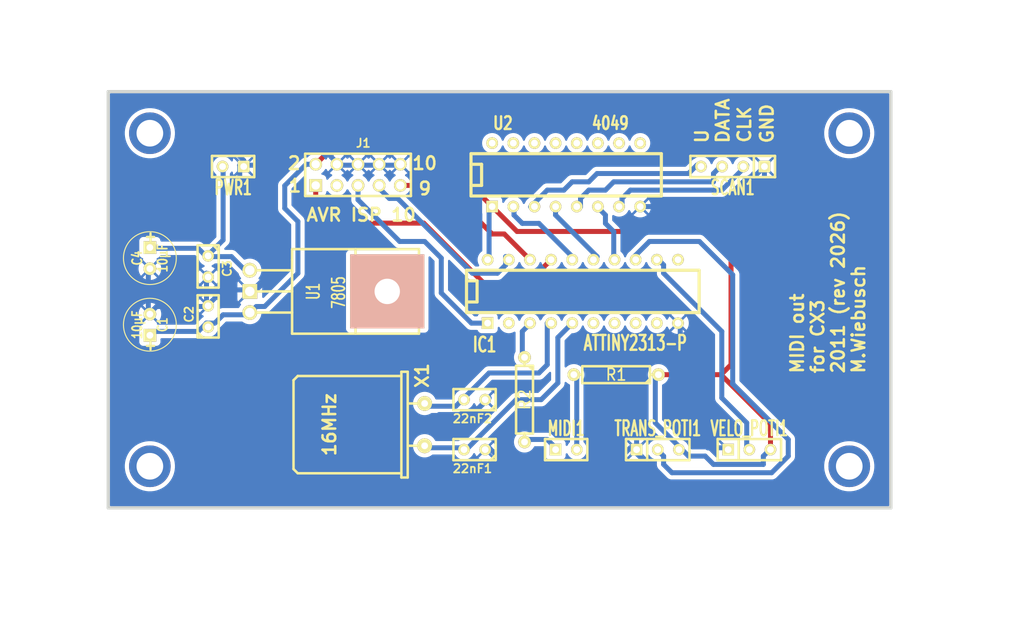
<source format=kicad_pcb>
(kicad_pcb (version 20241229) (generator "pcbnew") (generator_version "9.0")
  (title_block (date "30 sep 2011"))
  (layers (0 "F.Cu" signal "Vorderseite") (2 "B.Cu" signal "Rückseite") (13 "F.Paste" user) (15 "B.Paste" user) (5 "F.SilkS" user "F.Silkscreen") (7 "B.SilkS" user "B.Silkscreen") (1 "F.Mask" user) (3 "B.Mask" user) (25 "Edge.Cuts" user))
  (net 0 "")
  (net 1 "/U")
  (net 2 "/clk")
  (net 3 "/data")
  (net 4 "/gnd")
  (net 5 "/miso")
  (net 6 "/reset")
  (net 7 "/v_in")
  (net 8 "/vcc")
  (net 9 "/~{U}")
  (net 10 "/~{clk}")
  (net 11 "/~{data}")
  (net 12 "N-000006")
  (net 13 "N-000014")
  (net 14 "N-000015")
  (net 15 "N-000016")
  (net 16 "N-000017")
  (net 17 "N-000018")
  (net 18 "N-000019")
  (net 19 "N-000024")
  (net 20 "N-000029")
  (footprint "C1" (layer "F.Cu") (at 111.99876 101.00056 -90)
    (property "Reference" "C3" (at 0.254 -2.286 270) (layer "F.SilkS") (effects (font (size 1.016 1.016) (thickness 0.2032))))
    (property "Value" "100nF" (hide yes))
    (fp_line (start -2.54 1.27) (end -2.54 -1.27) (stroke (width 0.3048)) (layer "F.SilkS"))
    (fp_line (start 2.54 1.27) (end -2.54 1.27) (stroke (width 0.3048)) (layer "F.SilkS"))
    (fp_line (start -2.54 -0.635) (end -1.905 -1.27) (stroke (width 0.3048)) (layer "F.SilkS"))
    (fp_line (start -2.4892 -1.27) (end 2.54 -1.27) (stroke (width 0.3048)) (layer "F.SilkS"))
    (fp_line (start 2.54 -1.27) (end 2.54 1.27) (stroke (width 0.3048)) (layer "F.SilkS"))
    (pad "1" thru_hole circle (at -1.27 0 270) (size 1.397 1.397) (drill 0.8128) (layers "*.Cu" "*.Mask" "F.SilkS") (net 7 "/v_in"))
    (pad "2" thru_hole circle (at 1.27 0 270) (size 1.397 1.397) (drill 0.8128) (layers "*.Cu" "*.Mask" "F.SilkS") (net 4 "/gnd"))
  )
  (footprint "C1" (layer "F.Cu") (at 111.99876 107.00004 90)
    (property "Reference" "C2" (at 0.254 -2.286 90) (layer "F.SilkS") (effects (font (size 1.016 1.016) (thickness 0.2032))))
    (property "Value" "100nF" (hide yes))
    (fp_line (start 2.54 -1.27) (end 2.54 1.27) (stroke (width 0.3048)) (layer "F.SilkS"))
    (fp_line (start -2.4892 -1.27) (end 2.54 -1.27) (stroke (width 0.3048)) (layer "F.SilkS"))
    (fp_line (start -2.54 -0.635) (end -1.905 -1.27) (stroke (width 0.3048)) (layer "F.SilkS"))
    (fp_line (start 2.54 1.27) (end -2.54 1.27) (stroke (width 0.3048)) (layer "F.SilkS"))
    (fp_line (start -2.54 1.27) (end -2.54 -1.27) (stroke (width 0.3048)) (layer "F.SilkS"))
    (pad "1" thru_hole circle (at -1.27 0 90) (size 1.397 1.397) (drill 0.8128) (layers "*.Cu" "*.Mask" "F.SilkS") (net 8 "/vcc"))
    (pad "2" thru_hole circle (at 1.27 0 90) (size 1.397 1.397) (drill 0.8128) (layers "*.Cu" "*.Mask" "F.SilkS") (net 4 "/gnd"))
  )
  (footprint "C1" (layer "F.Cu") (at 144.00022 117.00002 180)
    (property "Reference" "22nF2" (at 0.254 -2.286 180) (layer "F.SilkS") (effects (font (size 1.016 1.016) (thickness 0.2032))))
    (property "Value" "C" (hide yes))
    (fp_line (start 2.54 1.27) (end -2.54 1.27) (stroke (width 0.3048)) (layer "F.SilkS"))
    (fp_line (start 2.54 -1.27) (end 2.54 1.27) (stroke (width 0.3048)) (layer "F.SilkS"))
    (fp_line (start -2.4892 -1.27) (end 2.54 -1.27) (stroke (width 0.3048)) (layer "F.SilkS"))
    (fp_line (start -2.54 1.27) (end -2.54 -1.27) (stroke (width 0.3048)) (layer "F.SilkS"))
    (fp_line (start -2.54 -0.635) (end -1.905 -1.27) (stroke (width 0.3048)) (layer "F.SilkS"))
    (pad "1" thru_hole circle (at -1.27 0 180) (size 1.397 1.397) (drill 0.8128) (layers "*.Cu" "*.Mask" "F.SilkS") (net 4 "/gnd"))
    (pad "2" thru_hole circle (at 1.27 0 180) (size 1.397 1.397) (drill 0.8128) (layers "*.Cu" "*.Mask" "F.SilkS") (net 19 "N-000024"))
  )
  (footprint "C1" (layer "F.Cu") (at 144.00022 122.9995 180)
    (property "Reference" "22nF1" (at 0.254 -2.286 180) (layer "F.SilkS") (effects (font (size 1.016 1.016) (thickness 0.2032))))
    (property "Value" "C" (hide yes))
    (fp_line (start 2.54 1.27) (end -2.54 1.27) (stroke (width 0.3048)) (layer "F.SilkS"))
    (fp_line (start 2.54 -1.27) (end 2.54 1.27) (stroke (width 0.3048)) (layer "F.SilkS"))
    (fp_line (start -2.4892 -1.27) (end 2.54 -1.27) (stroke (width 0.3048)) (layer "F.SilkS"))
    (fp_line (start -2.54 1.27) (end -2.54 -1.27) (stroke (width 0.3048)) (layer "F.SilkS"))
    (fp_line (start -2.54 -0.635) (end -1.905 -1.27) (stroke (width 0.3048)) (layer "F.SilkS"))
    (pad "1" thru_hole circle (at -1.27 0 180) (size 1.397 1.397) (drill 0.8128) (layers "*.Cu" "*.Mask" "F.SilkS") (net 4 "/gnd"))
    (pad "2" thru_hole circle (at 1.27 0 180) (size 1.397 1.397) (drill 0.8128) (layers "*.Cu" "*.Mask" "F.SilkS") (net 17 "N-000018"))
  )
  (footprint "C1V7" (layer "F.Cu") (at 105.00106 99.9998 -90)
    (property "Reference" "C4" (at 0 1.524 270) (layer "F.SilkS") (effects (font (size 1.143 0.889) (thickness 0.2032))))
    (property "Value" "10µF" (at 0 -1.524 270) (layer "F.SilkS") (effects (font (size 1.143 0.889) (thickness 0.2032))))
    (fp_circle (center 0 0) (end 3.175 0) (stroke (width 0.127)) (fill no) (layer "F.SilkS"))
    (fp_text user "+" (at -2.54 0 270) (layer "F.SilkS") (effects (font (size 1.143 1.143) (thickness 0.28702))))
    (pad "1" thru_hole rect (at -1.27 0 270) (size 1.524 1.524) (drill 0.8128) (layers "*.Cu" "*.Mask" "F.SilkS") (net 7 "/v_in"))
    (pad "2" thru_hole circle (at 1.27 0 270) (size 1.524 1.524) (drill 0.8128) (layers "*.Cu" "*.Mask" "F.SilkS") (net 4 "/gnd"))
  )
  (footprint "C1V7" (layer "F.Cu") (at 105.00106 108.0008 90)
    (property "Reference" "C1" (at 0 1.524 90) (layer "F.SilkS") (effects (font (size 1.143 0.889) (thickness 0.2032))))
    (property "Value" "10µF" (at 0 -1.524 90) (layer "F.SilkS") (effects (font (size 1.143 0.889) (thickness 0.2032))))
    (fp_circle (center 0 0) (end 3.175 0) (stroke (width 0.127)) (fill no) (layer "F.SilkS"))
    (fp_text user "+" (at -2.54 0 90) (layer "F.SilkS") (effects (font (size 1.143 1.143) (thickness 0.28702))))
    (pad "1" thru_hole rect (at -1.27 0 90) (size 1.524 1.524) (drill 0.8128) (layers "*.Cu" "*.Mask" "F.SilkS") (net 8 "/vcc"))
    (pad "2" thru_hole circle (at 1.27 0 90) (size 1.524 1.524) (drill 0.8128) (layers "*.Cu" "*.Mask" "F.SilkS") (net 4 "/gnd"))
  )
  (footprint "DIP-16__300" (layer "F.Cu") (at 155.00096 89.99982)
    (property "Reference" "U2" (at -7.60096 -6.19982 0) (layer "F.SilkS") (effects (font (size 1.524 1.143) (thickness 0.28702))))
    (property "Value" "4049" (at 5.29904 -6.19982 0) (layer "F.SilkS") (effects (font (size 1.524 1.143) (thickness 0.28702))))
    (fp_line (start -11.43 -2.54) (end 11.43 -2.54) (stroke (width 0.381)) (layer "F.SilkS"))
    (fp_line (start -11.43 -1.27) (end -11.43 -1.27) (stroke (width 0.381)) (layer "F.SilkS"))
    (fp_line (start -11.43 -1.27) (end -10.16 -1.27) (stroke (width 0.381)) (layer "F.SilkS"))
    (fp_line (start -11.43 2.54) (end -11.43 -2.54) (stroke (width 0.381)) (layer "F.SilkS"))
    (fp_line (start -10.16 -1.27) (end -10.16 1.27) (stroke (width 0.381)) (layer "F.SilkS"))
    (fp_line (start -10.16 1.27) (end -11.43 1.27) (stroke (width 0.381)) (layer "F.SilkS"))
    (fp_line (start 11.43 -2.54) (end 11.43 2.54) (stroke (width 0.381)) (layer "F.SilkS"))
    (fp_line (start 11.43 2.54) (end -11.43 2.54) (stroke (width 0.381)) (layer "F.SilkS"))
    (pad "1" thru_hole rect (at -8.89 3.81) (size 1.397 1.397) (drill 0.8128) (layers "*.Cu" "*.Mask" "F.SilkS") (net 8 "/vcc"))
    (pad "2" thru_hole circle (at -6.35 3.81) (size 1.397 1.397) (drill 0.8128) (layers "*.Cu" "*.Mask" "F.SilkS") (net 9 "/~{U}"))
    (pad "3" thru_hole circle (at -3.81 3.81) (size 1.397 1.397) (drill 0.8128) (layers "*.Cu" "*.Mask" "F.SilkS") (net 1 "/U"))
    (pad "4" thru_hole circle (at -1.27 3.81) (size 1.397 1.397) (drill 0.8128) (layers "*.Cu" "*.Mask" "F.SilkS") (net 11 "/~{data}"))
    (pad "5" thru_hole circle (at 1.27 3.81) (size 1.397 1.397) (drill 0.8128) (layers "*.Cu" "*.Mask" "F.SilkS") (net 3 "/data"))
    (pad "6" thru_hole circle (at 3.81 3.81) (size 1.397 1.397) (drill 0.8128) (layers "*.Cu" "*.Mask" "F.SilkS") (net 10 "/~{clk}"))
    (pad "7" thru_hole circle (at 6.35 3.81) (size 1.397 1.397) (drill 0.8128) (layers "*.Cu" "*.Mask" "F.SilkS") (net 2 "/clk"))
    (pad "8" thru_hole circle (at 8.89 3.81) (size 1.397 1.397) (drill 0.8128) (layers "*.Cu" "*.Mask" "F.SilkS") (net 4 "/gnd"))
    (pad "9" thru_hole circle (at 8.89 -3.81) (size 1.397 1.397) (drill 0.8128) (layers "*.Cu" "*.Mask" "F.SilkS"))
    (pad "10" thru_hole circle (at 6.35 -3.81) (size 1.397 1.397) (drill 0.8128) (layers "*.Cu" "*.Mask" "F.SilkS"))
    (pad "11" thru_hole circle (at 3.81 -3.81) (size 1.397 1.397) (drill 0.8128) (layers "*.Cu" "*.Mask" "F.SilkS"))
    (pad "12" thru_hole circle (at 1.27 -3.81) (size 1.397 1.397) (drill 0.8128) (layers "*.Cu" "*.Mask" "F.SilkS"))
    (pad "13" thru_hole circle (at -1.27 -3.81) (size 1.397 1.397) (drill 0.8128) (layers "*.Cu" "*.Mask" "F.SilkS"))
    (pad "14" thru_hole circle (at -3.81 -3.81) (size 1.397 1.397) (drill 0.8128) (layers "*.Cu" "*.Mask" "F.SilkS"))
    (pad "15" thru_hole circle (at -6.35 -3.81) (size 1.397 1.397) (drill 0.8128) (layers "*.Cu" "*.Mask" "F.SilkS"))
    (pad "16" thru_hole circle (at -8.89 -3.81) (size 1.397 1.397) (drill 0.8128) (layers "*.Cu" "*.Mask" "F.SilkS"))
  )
  (footprint "DIP-20__300" (layer "F.Cu") (at 156.99994 104.0003)
    (property "Reference" "IC1" (at -11.79994 6.3997 0) (layer "F.SilkS") (effects (font (size 1.778 1.143) (thickness 0.28702))))
    (property "Value" "ATTINY2313-P" (at 6.30006 6.1997 0) (layer "F.SilkS") (effects (font (size 1.778 1.143) (thickness 0.28702))))
    (fp_line (start -13.97 -2.54) (end 13.97 -2.54) (stroke (width 0.381)) (layer "F.SilkS"))
    (fp_line (start -13.97 -1.27) (end -12.7 -1.27) (stroke (width 0.381)) (layer "F.SilkS"))
    (fp_line (start -13.97 2.54) (end -13.97 -2.54) (stroke (width 0.381)) (layer "F.SilkS"))
    (fp_line (start -12.7 -1.27) (end -12.7 1.27) (stroke (width 0.381)) (layer "F.SilkS"))
    (fp_line (start -12.7 1.27) (end -13.97 1.27) (stroke (width 0.381)) (layer "F.SilkS"))
    (fp_line (start 13.97 -2.54) (end 13.97 2.54) (stroke (width 0.381)) (layer "F.SilkS"))
    (fp_line (start 13.97 2.54) (end -13.97 2.54) (stroke (width 0.381)) (layer "F.SilkS"))
    (pad "1" thru_hole rect (at -11.43 3.81) (size 1.397 1.397) (drill 0.8128) (layers "*.Cu" "*.Mask" "F.SilkS") (net 6 "/reset"))
    (pad "2" thru_hole circle (at -8.89 3.81) (size 1.397 1.397) (drill 0.8128) (layers "*.Cu" "*.Mask" "F.SilkS"))
    (pad "3" thru_hole circle (at -6.35 3.81) (size 1.397 1.397) (drill 0.8128) (layers "*.Cu" "*.Mask" "F.SilkS") (net 16 "N-000017"))
    (pad "4" thru_hole circle (at -3.81 3.81) (size 1.397 1.397) (drill 0.8128) (layers "*.Cu" "*.Mask" "F.SilkS") (net 19 "N-000024"))
    (pad "5" thru_hole circle (at -1.27 3.81) (size 1.397 1.397) (drill 0.8128) (layers "*.Cu" "*.Mask" "F.SilkS") (net 17 "N-000018"))
    (pad "6" thru_hole circle (at 1.27 3.81) (size 1.397 1.397) (drill 0.8128) (layers "*.Cu" "*.Mask" "F.SilkS"))
    (pad "7" thru_hole circle (at 3.81 3.81) (size 1.397 1.397) (drill 0.8128) (layers "*.Cu" "*.Mask" "F.SilkS"))
    (pad "8" thru_hole circle (at 6.35 3.81) (size 1.397 1.397) (drill 0.8128) (layers "*.Cu" "*.Mask" "F.SilkS"))
    (pad "9" thru_hole circle (at 8.89 3.81) (size 1.397 1.397) (drill 0.8128) (layers "*.Cu" "*.Mask" "F.SilkS"))
    (pad "10" thru_hole circle (at 11.43 3.81) (size 1.397 1.397) (drill 0.8128) (layers "*.Cu" "*.Mask" "F.SilkS") (net 4 "/gnd"))
    (pad "11" thru_hole circle (at 11.43 -3.81) (size 1.397 1.397) (drill 0.8128) (layers "*.Cu" "*.Mask" "F.SilkS"))
    (pad "12" thru_hole circle (at 8.89 -3.81) (size 1.397 1.397) (drill 0.8128) (layers "*.Cu" "*.Mask" "F.SilkS") (net 13 "N-000014"))
    (pad "13" thru_hole circle (at 6.35 -3.81) (size 1.397 1.397) (drill 0.8128) (layers "*.Cu" "*.Mask" "F.SilkS") (net 12 "N-000006"))
    (pad "14" thru_hole circle (at 3.81 -3.81) (size 1.397 1.397) (drill 0.8128) (layers "*.Cu" "*.Mask" "F.SilkS") (net 10 "/~{clk}"))
    (pad "15" thru_hole circle (at 1.27 -3.81) (size 1.397 1.397) (drill 0.8128) (layers "*.Cu" "*.Mask" "F.SilkS") (net 11 "/~{data}"))
    (pad "16" thru_hole circle (at -1.27 -3.81) (size 1.397 1.397) (drill 0.8128) (layers "*.Cu" "*.Mask" "F.SilkS") (net 9 "/~{U}"))
    (pad "17" thru_hole circle (at -3.81 -3.81) (size 1.397 1.397) (drill 0.8128) (layers "*.Cu" "*.Mask" "F.SilkS") (net 18 "N-000019"))
    (pad "18" thru_hole circle (at -6.35 -3.81) (size 1.397 1.397) (drill 0.8128) (layers "*.Cu" "*.Mask" "F.SilkS") (net 5 "/miso"))
    (pad "19" thru_hole circle (at -8.89 -3.81) (size 1.397 1.397) (drill 0.8128) (layers "*.Cu" "*.Mask" "F.SilkS") (net 20 "N-000029"))
    (pad "20" thru_hole circle (at -11.43 -3.81) (size 1.397 1.397) (drill 0.8128) (layers "*.Cu" "*.Mask" "F.SilkS") (net 8 "/vcc"))
  )
  (footprint "HC-18UH" (layer "F.Cu") (at 138.00074 119.99976 -90)
    (property "Reference" "X1" (at -5.89976 0.30074 270) (layer "F.SilkS") (effects (font (size 1.524 1.524) (thickness 0.3048))))
    (property "Value" "16MHz" (at 0 11.43 270) (layer "F.SilkS") (effects (font (size 1.524 1.524) (thickness 0.3048))))
    (fp_line (start -5.334 15.748) (end -5.842 15.24) (stroke (width 0.3048)) (layer "F.SilkS"))
    (fp_line (start 5.334 15.748) (end -5.334 15.748) (stroke (width 0.3048)) (layer "F.SilkS"))
    (fp_line (start 5.842 15.24) (end 5.334 15.748) (stroke (width 0.3048)) (layer "F.SilkS"))
    (fp_line (start -6.35 2.794) (end -6.35 2.032) (stroke (width 0.3048)) (layer "F.SilkS"))
    (fp_line (start -5.842 2.794) (end -5.842 15.24) (stroke (width 0.3048)) (layer "F.SilkS"))
    (fp_line (start 5.842 2.794) (end 5.842 15.24) (stroke (width 0.3048)) (layer "F.SilkS"))
    (fp_line (start 6.35 2.794) (end -6.35 2.794) (stroke (width 0.3048)) (layer "F.SilkS"))
    (fp_line (start 6.35 2.794) (end 6.35 2.032) (stroke (width 0.3048)) (layer "F.SilkS"))
    (fp_line (start 6.35 2.032) (end -6.35 2.032) (stroke (width 0.3048)) (layer "F.SilkS"))
    (fp_line (start -2.54 0) (end -2.54 2.032) (stroke (width 0.3048)) (layer "F.SilkS"))
    (fp_line (start 2.54 0) (end 2.54 2.032) (stroke (width 0.3048)) (layer "F.SilkS"))
    (pad "1" thru_hole circle (at -2.54 0 270) (size 1.778 1.778) (drill 0.8128) (layers "*.Cu" "*.Mask" "F.SilkS") (net 19 "N-000024"))
    (pad "2" thru_hole circle (at 2.54 0 270) (size 1.778 1.778) (drill 0.8128) (layers "*.Cu" "*.Mask" "F.SilkS") (net 17 "N-000018"))
  )
  (footprint "LM78XX" (layer "F.Cu") (at 117.00002 104.0003)
    (property "Reference" "U1" (at 7.62 0 90) (layer "F.SilkS") (effects (font (size 1.524 1.016) (thickness 0.2032))))
    (property "Value" "7805" (at 10.668 0.127 90) (layer "F.SilkS") (effects (font (size 1.524 1.016) (thickness 0.2032))))
    (fp_line (start 0 -2.54) (end 5.08 -2.54) (stroke (width 0.3048)) (layer "F.SilkS"))
    (fp_line (start 0 0) (end 5.08 0) (stroke (width 0.3048)) (layer "F.SilkS"))
    (fp_line (start 0 2.54) (end 5.08 2.54) (stroke (width 0.3048)) (layer "F.SilkS"))
    (fp_line (start 5.08 -5.08) (end 20.32 -5.08) (stroke (width 0.3048)) (layer "F.SilkS"))
    (fp_line (start 5.08 -3.81) (end 5.08 -5.08) (stroke (width 0.3048)) (layer "F.SilkS"))
    (fp_line (start 5.08 -3.81) (end 5.08 5.08) (stroke (width 0.3048)) (layer "F.SilkS"))
    (fp_line (start 5.08 5.08) (end 20.32 5.08) (stroke (width 0.3048)) (layer "F.SilkS"))
    (fp_line (start 12.7 3.81) (end 12.7 -5.08) (stroke (width 0.3048)) (layer "F.SilkS"))
    (fp_line (start 12.7 3.81) (end 12.7 5.08) (stroke (width 0.3048)) (layer "F.SilkS"))
    (fp_line (start 20.32 5.08) (end 20.32 -5.08) (stroke (width 0.3048)) (layer "F.SilkS"))
    (pad "4" thru_hole rect (at 16.51 0) (size 8.89 8.89) (drill 3.048) (layers "*.Cu" "*.SilkS" "*.Mask"))
    (pad "GND" thru_hole rect (at 0 0) (size 1.778 1.778) (drill 1.143) (layers "*.Cu" "*.Mask" "F.SilkS") (net 4 "/gnd"))
    (pad "VI" thru_hole circle (at 0 -2.54) (size 1.778 1.778) (drill 1.143) (layers "*.Cu" "*.Mask" "F.SilkS") (net 7 "/v_in"))
    (pad "VO" thru_hole circle (at 0 2.54) (size 1.778 1.778) (drill 1.143) (layers "*.Cu" "*.Mask" "F.SilkS") (net 8 "/vcc"))
  )
  (footprint "PIN_ARRAY_5x2" (layer "F.Cu") (at 129.99974 89.99982)
    (property "Reference" "J1" (at 0.635 -3.81 0) (layer "F.SilkS") (effects (font (size 1.016 1.016) (thickness 0.2032))))
    (property "Value" "AVR-ISP-10" (hide yes))
    (fp_line (start -6.35 -2.54) (end 6.35 -2.54) (stroke (width 0.3048)) (layer "F.SilkS"))
    (fp_line (start -6.35 2.54) (end -6.35 -2.54) (stroke (width 0.3048)) (layer "F.SilkS"))
    (fp_line (start 6.35 -2.54) (end 6.35 2.54) (stroke (width 0.3048)) (layer "F.SilkS"))
    (fp_line (start 6.35 2.54) (end -6.35 2.54) (stroke (width 0.3048)) (layer "F.SilkS"))
    (pad "1" thru_hole rect (at -5.08 1.27) (size 1.524 1.524) (drill 1.016) (layers "*.Cu" "*.Mask" "F.SilkS") (net 18 "N-000019"))
    (pad "2" thru_hole circle (at -5.08 -1.27) (size 1.524 1.524) (drill 1.016) (layers "*.Cu" "*.Mask" "F.SilkS") (net 8 "/vcc"))
    (pad "3" thru_hole circle (at -2.54 1.27) (size 1.524 1.524) (drill 1.016) (layers "*.Cu" "*.Mask" "F.SilkS"))
    (pad "4" thru_hole circle (at -2.54 -1.27) (size 1.524 1.524) (drill 1.016) (layers "*.Cu" "*.Mask" "F.SilkS") (net 4 "/gnd"))
    (pad "5" thru_hole circle (at 0 1.27) (size 1.524 1.524) (drill 1.016) (layers "*.Cu" "*.Mask" "F.SilkS") (net 6 "/reset"))
    (pad "6" thru_hole circle (at 0 -1.27) (size 1.524 1.524) (drill 1.016) (layers "*.Cu" "*.Mask" "F.SilkS") (net 4 "/gnd"))
    (pad "7" thru_hole circle (at 2.54 1.27) (size 1.524 1.524) (drill 1.016) (layers "*.Cu" "*.Mask" "F.SilkS") (net 20 "N-000029"))
    (pad "8" thru_hole circle (at 2.54 -1.27) (size 1.524 1.524) (drill 1.016) (layers "*.Cu" "*.Mask" "F.SilkS") (net 4 "/gnd"))
    (pad "9" thru_hole circle (at 5.08 1.27) (size 1.524 1.524) (drill 1.016) (layers "*.Cu" "*.Mask" "F.SilkS") (net 5 "/miso"))
    (pad "10" thru_hole circle (at 5.08 -1.27) (size 1.524 1.524) (drill 1.016) (layers "*.Cu" "*.Mask" "F.SilkS") (net 4 "/gnd"))
  )
  (footprint "R4" (layer "F.Cu") (at 149.9997 117.00002 -90)
    (property "Reference" "R2" (at 0 0 270) (layer "F.SilkS") (effects (font (size 1.397 1.27) (thickness 0.2032))))
    (property "Value" "220" (hide yes))
    (fp_line (start -4.064 1.016) (end -4.064 0) (stroke (width 0.3048)) (layer "F.SilkS"))
    (fp_line (start 4.064 1.016) (end -4.064 1.016) (stroke (width 0.3048)) (layer "F.SilkS"))
    (fp_line (start -5.08 0) (end -4.064 0) (stroke (width 0.3048)) (layer "F.SilkS"))
    (fp_line (start -4.064 0) (end -4.064 -1.016) (stroke (width 0.3048)) (layer "F.SilkS"))
    (fp_line (start 5.08 0) (end 4.064 0) (stroke (width 0.3048)) (layer "F.SilkS"))
    (fp_line (start -4.064 -0.508) (end -3.556 -1.016) (stroke (width 0.3048)) (layer "F.SilkS"))
    (fp_line (start -4.064 -1.016) (end 4.064 -1.016) (stroke (width 0.3048)) (layer "F.SilkS"))
    (fp_line (start 4.064 -1.016) (end 4.064 1.016) (stroke (width 0.3048)) (layer "F.SilkS"))
    (pad "1" thru_hole circle (at -5.08 0 270) (size 1.524 1.524) (drill 0.8128) (layers "*.Cu" "*.Mask" "F.SilkS") (net 16 "N-000017"))
    (pad "2" thru_hole circle (at 5.08 0 270) (size 1.524 1.524) (drill 0.8128) (layers "*.Cu" "*.Mask" "F.SilkS") (net 15 "N-000016"))
  )
  (footprint "R4" (layer "F.Cu") (at 161.00044 114.00028 180)
    (property "Reference" "R1" (at 0 0 180) (layer "F.SilkS") (effects (font (size 1.397 1.27) (thickness 0.2032))))
    (property "Value" "220" (hide yes))
    (fp_line (start 5.08 0) (end 4.064 0) (stroke (width 0.3048)) (layer "F.SilkS"))
    (fp_line (start 4.064 1.016) (end -4.064 1.016) (stroke (width 0.3048)) (layer "F.SilkS"))
    (fp_line (start 4.064 -1.016) (end 4.064 1.016) (stroke (width 0.3048)) (layer "F.SilkS"))
    (fp_line (start -4.064 1.016) (end -4.064 0) (stroke (width 0.3048)) (layer "F.SilkS"))
    (fp_line (start -4.064 0) (end -4.064 -1.016) (stroke (width 0.3048)) (layer "F.SilkS"))
    (fp_line (start -4.064 -0.508) (end -3.556 -1.016) (stroke (width 0.3048)) (layer "F.SilkS"))
    (fp_line (start -4.064 -1.016) (end 4.064 -1.016) (stroke (width 0.3048)) (layer "F.SilkS"))
    (fp_line (start -5.08 0) (end -4.064 0) (stroke (width 0.3048)) (layer "F.SilkS"))
    (pad "1" thru_hole circle (at -5.08 0 180) (size 1.524 1.524) (drill 0.8128) (layers "*.Cu" "*.Mask" "F.SilkS") (net 8 "/vcc"))
    (pad "2" thru_hole circle (at 5.08 0 180) (size 1.524 1.524) (drill 0.8128) (layers "*.Cu" "*.Mask" "F.SilkS") (net 14 "N-000015"))
  )
  (footprint "SIL-2" (layer "F.Cu") (at 115.00104 88.99906 180)
    (property "Reference" "PWR1" (at 0 -2.54 180) (layer "F.SilkS") (effects (font (size 1.72974 1.08712) (thickness 0.27178))))
    (property "Value" "CONN_2" (hide yes))
    (fp_line (start 2.54 1.27) (end -2.54 1.27) (stroke (width 0.3048)) (layer "F.SilkS"))
    (fp_line (start 2.54 -1.27) (end 2.54 1.27) (stroke (width 0.3048)) (layer "F.SilkS"))
    (fp_line (start -2.54 1.27) (end -2.54 -1.27) (stroke (width 0.3048)) (layer "F.SilkS"))
    (fp_line (start -2.54 -1.27) (end 2.54 -1.27) (stroke (width 0.3048)) (layer "F.SilkS"))
    (pad "1" thru_hole rect (at -1.27 0 180) (size 1.397 1.397) (drill 0.8128) (layers "*.Cu" "*.Mask" "F.SilkS") (net 4 "/gnd"))
    (pad "2" thru_hole circle (at 1.27 0 180) (size 1.397 1.397) (drill 0.8128) (layers "*.Cu" "*.Mask" "F.SilkS") (net 7 "/v_in"))
  )
  (footprint "SIL-2" (layer "F.Cu") (at 155.00096 122.9995)
    (property "Reference" "MIDI1" (at 0 -2.54 0) (layer "F.SilkS") (effects (font (size 1.72974 1.08712) (thickness 0.27178))))
    (property "Value" "CONN_2" (hide yes))
    (fp_line (start -2.54 -1.27) (end 2.54 -1.27) (stroke (width 0.3048)) (layer "F.SilkS"))
    (fp_line (start -2.54 1.27) (end -2.54 -1.27) (stroke (width 0.3048)) (layer "F.SilkS"))
    (fp_line (start 2.54 -1.27) (end 2.54 1.27) (stroke (width 0.3048)) (layer "F.SilkS"))
    (fp_line (start 2.54 1.27) (end -2.54 1.27) (stroke (width 0.3048)) (layer "F.SilkS"))
    (pad "1" thru_hole rect (at -1.27 0) (size 1.397 1.397) (drill 0.8128) (layers "*.Cu" "*.Mask" "F.SilkS") (net 15 "N-000016"))
    (pad "2" thru_hole circle (at 1.27 0) (size 1.397 1.397) (drill 0.8128) (layers "*.Cu" "*.Mask" "F.SilkS") (net 14 "N-000015"))
  )
  (footprint "SIL-3" (layer "F.Cu") (at 176.9999 122.9995)
    (property "Reference" "VELO_POTI1" (at 0 -2.54 0) (layer "F.SilkS") (effects (font (size 1.7907 1.07696) (thickness 0.26924))))
    (property "Value" "CONN_3" (hide yes))
    (fp_line (start -3.81 -1.27) (end 3.81 -1.27) (stroke (width 0.3048)) (layer "F.SilkS"))
    (fp_line (start -3.81 1.27) (end -3.81 -1.27) (stroke (width 0.3048)) (layer "F.SilkS"))
    (fp_line (start -1.27 -1.27) (end -1.27 1.27) (stroke (width 0.3048)) (layer "F.SilkS"))
    (fp_line (start 3.81 -1.27) (end 3.81 1.27) (stroke (width 0.3048)) (layer "F.SilkS"))
    (fp_line (start 3.81 1.27) (end -3.81 1.27) (stroke (width 0.3048)) (layer "F.SilkS"))
    (pad "1" thru_hole rect (at -2.54 0) (size 1.397 1.397) (drill 0.8128) (layers "*.Cu" "*.Mask" "F.SilkS") (net 4 "/gnd"))
    (pad "2" thru_hole circle (at 0 0) (size 1.397 1.397) (drill 0.8128) (layers "*.Cu" "*.Mask" "F.SilkS") (net 13 "N-000014"))
    (pad "3" thru_hole circle (at 2.54 0) (size 1.397 1.397) (drill 0.8128) (layers "*.Cu" "*.Mask" "F.SilkS") (net 8 "/vcc"))
  )
  (footprint "SIL-3" (layer "F.Cu") (at 165.99916 122.9995)
    (property "Reference" "TRANS_POTI1" (at 0 -2.54 0) (layer "F.SilkS") (effects (font (size 1.7907 1.07696) (thickness 0.26924))))
    (property "Value" "CONN_3" (hide yes))
    (fp_line (start -3.81 -1.27) (end 3.81 -1.27) (stroke (width 0.3048)) (layer "F.SilkS"))
    (fp_line (start -3.81 1.27) (end -3.81 -1.27) (stroke (width 0.3048)) (layer "F.SilkS"))
    (fp_line (start -1.27 -1.27) (end -1.27 1.27) (stroke (width 0.3048)) (layer "F.SilkS"))
    (fp_line (start 3.81 -1.27) (end 3.81 1.27) (stroke (width 0.3048)) (layer "F.SilkS"))
    (fp_line (start 3.81 1.27) (end -3.81 1.27) (stroke (width 0.3048)) (layer "F.SilkS"))
    (pad "1" thru_hole rect (at -2.54 0) (size 1.397 1.397) (drill 0.8128) (layers "*.Cu" "*.Mask" "F.SilkS") (net 4 "/gnd"))
    (pad "2" thru_hole circle (at 0 0) (size 1.397 1.397) (drill 0.8128) (layers "*.Cu" "*.Mask" "F.SilkS") (net 12 "N-000006"))
    (pad "3" thru_hole circle (at 2.54 0) (size 1.397 1.397) (drill 0.8128) (layers "*.Cu" "*.Mask" "F.SilkS") (net 8 "/vcc"))
  )
  (footprint "SIL-4" (layer "F.Cu") (at 175.00092 88.99906 180)
    (property "Reference" "SCAN1" (at 0 -2.54 180) (layer "F.SilkS") (effects (font (size 1.73482 1.08712) (thickness 0.27178))))
    (property "Value" "CONN_4" (hide yes))
    (fp_line (start 5.08 1.27) (end -5.08 1.27) (stroke (width 0.3048)) (layer "F.SilkS"))
    (fp_line (start 5.08 -1.27) (end 5.08 1.27) (stroke (width 0.3048)) (layer "F.SilkS"))
    (fp_line (start -2.54 1.27) (end -2.54 -1.27) (stroke (width 0.3048)) (layer "F.SilkS"))
    (fp_line (start -5.08 1.27) (end -5.08 -1.27) (stroke (width 0.3048)) (layer "F.SilkS"))
    (fp_line (start -5.08 -1.27) (end 5.08 -1.27) (stroke (width 0.3048)) (layer "F.SilkS"))
    (fp_line (start -5.08 -1.27) (end -5.08 -1.27) (stroke (width 0.3048)) (layer "F.SilkS"))
    (fp_line (start -5.08 -1.27) (end -5.08 -1.27) (stroke (width 0.3048)) (layer "F.SilkS"))
    (pad "1" thru_hole rect (at -3.81 0 180) (size 1.397 1.397) (drill 0.8128) (layers "*.Cu" "*.Mask" "F.SilkS") (net 4 "/gnd"))
    (pad "2" thru_hole circle (at -1.27 0 180) (size 1.397 1.397) (drill 0.8128) (layers "*.Cu" "*.Mask" "F.SilkS") (net 2 "/clk"))
    (pad "3" thru_hole circle (at 1.27 0 180) (size 1.397 1.397) (drill 0.8128) (layers "*.Cu" "*.Mask" "F.SilkS") (net 3 "/data"))
    (pad "4" thru_hole circle (at 3.81 0 180) (size 1.397 1.397) (drill 0.8128) (layers "*.Cu" "*.Mask" "F.SilkS") (net 1 "/U"))
  )
  (gr_line (start 99.9998 79.99984) (end 99.9998 129.99974) (stroke (width 0.381)) (layer "Edge.Cuts"))
  (gr_line (start 194.00012 129.99974) (end 99.9998 129.99974) (stroke (width 0.381)) (layer "Edge.Cuts"))
  (gr_line (start 99.9998 79.99984) (end 194.00012 79.99984) (stroke (width 0.381)) (layer "Edge.Cuts"))
  (gr_line (start 194.00012 129.99974) (end 194.00012 79.99984) (stroke (width 0.381)) (layer "Edge.Cuts"))
  (gr_text "DATA" (at 174.7 86.36 90) (layer "F.SilkS") (effects (font (size 1.524 1.524) (thickness 0.3048) (bold yes)) (justify left bottom)))
  (gr_text "2" (at 121.4 89.5 0) (layer "F.SilkS") (effects (font (size 1.524 1.524) (thickness 0.3048) (bold yes)) (justify left bottom)))
  (gr_text "AVR ISP 10" (at 123.64974 95.7 0) (layer "F.SilkS") (effects (font (size 1.524 1.524) (thickness 0.3048) (bold yes)) (justify left bottom)))
  (gr_text "9" (at 137.1 92.53982 0) (layer "F.SilkS") (effects (font (size 1.524 1.524) (thickness 0.3048) (bold yes)) (justify left bottom)))
  (gr_text "GND" (at 180 86.36 90) (layer "F.SilkS") (effects (font (size 1.524 1.524) (thickness 0.3048) (bold yes)) (justify left bottom)))
  (gr_text "MIDI out\nfor CX3\n2011 (rev 2026)\nM.Wiebusch" (at 191 114 90) (layer "F.SilkS") (effects (font (size 1.524 1.524) (thickness 0.3048) (bold yes)) (justify left bottom)))
  (gr_text "CLK" (at 177.3 86.3 90) (layer "F.SilkS") (effects (font (size 1.524 1.524) (thickness 0.3048) (bold yes)) (justify left bottom)))
  (gr_text "1" (at 121.5 92.2 0) (layer "F.SilkS") (effects (font (size 1.524 1.524) (thickness 0.3048) (bold yes)) (justify left bottom)))
  (gr_text "U" (at 172.2 86.36 90) (layer "F.SilkS") (effects (font (size 1.524 1.524) (thickness 0.3048) (bold yes)) (justify left bottom)))
  (gr_text "10" (at 136.34974 89.5 0) (layer "F.SilkS") (effects (font (size 1.524 1.524) (thickness 0.3048) (bold yes)) (justify left bottom)))
  (via (at 189 85) (size 5) (drill 3.2) (layers "F.Cu" "B.Cu") (net 0))
  (via (at 105 85) (size 5) (drill 3.2) (layers "F.Cu" "B.Cu") (net 0))
  (via (at 105 125) (size 5) (drill 3.2) (layers "F.Cu" "B.Cu") (net 0))
  (via (at 189 125) (size 5) (drill 3.2) (layers "F.Cu" "B.Cu") (net 0))
  (segment (start 152.72766 91.83624) (end 150.73122 93.83268) (width 0.59944) (layer "B.Cu") (net 1))
  (segment (start 150.73122 93.83268) (end 151.19096 93.80982) (width 0.59944) (layer "B.Cu") (net 1))
  (segment (start 158.71698 89.8398) (end 157.71876 90.83802) (width 0.59944) (layer "B.Cu") (net 1))
  (segment (start 170.69562 88.84158) (end 169.6974 89.8398) (width 0.59944) (layer "B.Cu") (net 1))
  (segment (start 155.72232 90.83802) (end 154.7241 91.83624) (width 0.59944) (layer "B.Cu") (net 1))
  (segment (start 154.7241 91.83624) (end 152.72766 91.83624) (width 0.59944) (layer "B.Cu") (net 1))
  (segment (start 157.71876 90.83802) (end 155.72232 90.83802) (width 0.59944) (layer "B.Cu") (net 1))
  (segment (start 169.6974 89.8398) (end 158.71698 89.8398) (width 0.59944) (layer "B.Cu") (net 1))
  (segment (start 171.19092 88.99906) (end 170.69562 88.84158) (width 0.59944) (layer "B.Cu") (net 1))
  (segment (start 161.71164 92.83446) (end 161.71164 93.83268) (width 0.59944) (layer "B.Cu") (net 2))
  (segment (start 176.27092 88.99906) (end 176.68494 88.84158) (width 0.59944) (layer "B.Cu") (net 2))
  (segment (start 162.70986 91.83624) (end 161.71164 92.83446) (width 0.59944) (layer "B.Cu") (net 2))
  (segment (start 176.68494 88.84158) (end 173.69028 91.83624) (width 0.59944) (layer "B.Cu") (net 2))
  (segment (start 161.71164 93.83268) (end 161.35096 93.80982) (width 0.59944) (layer "B.Cu") (net 2))
  (segment (start 173.69028 91.83624) (end 162.70986 91.83624) (width 0.59944) (layer "B.Cu") (net 2))
  (segment (start 157.71876 91.83624) (end 156.72054 92.83446) (width 0.59944) (layer "B.Cu") (net 3))
  (segment (start 156.72054 92.83446) (end 156.72054 93.83268) (width 0.59944) (layer "B.Cu") (net 3))
  (segment (start 173.69028 88.84158) (end 172.69206 89.8398) (width 0.59944) (layer "B.Cu") (net 3))
  (segment (start 159.7152 91.83624) (end 157.71876 91.83624) (width 0.59944) (layer "B.Cu") (net 3))
  (segment (start 173.73092 88.99906) (end 173.69028 88.84158) (width 0.59944) (layer "B.Cu") (net 3))
  (segment (start 172.69206 90.83802) (end 160.71342 90.83802) (width 0.59944) (layer "B.Cu") (net 3))
  (segment (start 172.69206 89.8398) (end 172.69206 90.83802) (width 0.59944) (layer "B.Cu") (net 3))
  (segment (start 156.72054 93.83268) (end 156.27096 93.80982) (width 0.59944) (layer "B.Cu") (net 3))
  (segment (start 160.71342 90.83802) (end 159.7152 91.83624) (width 0.59944) (layer "B.Cu") (net 3))
  (segment (start 147.73656 124.7775) (end 148.99894 124.7775) (width 0.59944) (layer "B.Cu") (net 4))
  (segment (start 145.74012 122.78106) (end 147.73656 124.7775) (width 0.59944) (layer "B.Cu") (net 4))
  (segment (start 127.77216 88.84158) (end 129.7686 88.84158) (width 0.59944) (layer "B.Cu") (net 4))
  (segment (start 111.99876 105.73004) (end 111.80064 105.81132) (width 0.59944) (layer "B.Cu") (net 4))
  (segment (start 111.00054 87.00008) (end 102.99954 95.00108) (width 0.59944) (layer "B.Cu") (net 4))
  (segment (start 117.00002 104.0003) (end 116.79174 103.81488) (width 0.59944) (layer "B.Cu") (net 4))
  (segment (start 138.75258 119.7864) (end 139.7508 118.78818) (width 0.59944) (layer "B.Cu") (net 4))
  (segment (start 121.78284 88.84158) (end 115.79352 88.84158) (width 0.59944) (layer "B.Cu") (net 4))
  (segment (start 139.7508 118.78818) (end 143.74368 118.78818) (width 0.59944) (layer "B.Cu") (net 4))
  (segment (start 115.79352 88.84158) (end 116.27104 88.99906) (width 0.59944) (layer "B.Cu") (net 4))
  (segment (start 168.69918 107.80776) (end 168.42994 107.8103) (width 0.59944) (layer "B.Cu") (net 4))
  (segment (start 172.00118 122.78106) (end 174.6885 122.78106) (width 0.59944) (layer "B.Cu") (net 4))
  (segment (start 134.7597 88.84158) (end 135.07974 88.72982) (width 0.59944) (layer "B.Cu") (net 4))
  (segment (start 115.79352 96.82734) (end 115.79352 88.84158) (width 0.59944) (layer "B.Cu") (net 4))
  (segment (start 145.74012 122.78106) (end 145.27022 122.9995) (width 0.59944) (layer "B.Cu") (net 4))
  (segment (start 127.45974 88.72982) (end 127.77216 88.84158) (width 0.59944) (layer "B.Cu") (net 4))
  (segment (start 182.00116 127) (end 184.00014 125.00102) (width 0.59944) (layer "B.Cu") (net 4))
  (segment (start 105.81132 105.81132) (end 111.80064 105.81132) (width 0.59944) (layer "B.Cu") (net 4))
  (segment (start 126.77394 87.84336) (end 126.77394 86.84514) (width 0.59944) (layer "B.Cu") (net 4))
  (segment (start 148.99894 124.7775) (end 157.71876 124.7775) (width 0.59944) (layer "B.Cu") (net 4))
  (segment (start 163.89096 93.80982) (end 174.00016 93.80982) (width 0.59944) (layer "B.Cu") (net 4))
  (segment (start 163.45916 122.9995) (end 163.45916 111.54156) (width 0.59944) (layer "B.Cu") (net 4))
  (segment (start 178.81092 115.8113) (end 184.00014 121.00052) (width 0.59944) (layer "B.Cu") (net 4))
  (segment (start 136.75614 119.7864) (end 138.75258 119.7864) (width 0.59944) (layer "B.Cu") (net 4))
  (segment (start 145.27022 122.9995) (end 145.74012 122.78106) (width 0.59944) (layer "B.Cu") (net 4))
  (segment (start 102.99954 111.99876) (end 109.00156 118.00078) (width 0.59944) (layer "B.Cu") (net 4))
  (segment (start 165.00094 109.99978) (end 168.69918 109.99978) (width 0.59944) (layer "B.Cu") (net 4))
  (segment (start 174.6885 122.78106) (end 174.4599 122.9995) (width 0.59944) (layer "B.Cu") (net 4))
  (segment (start 132.53974 88.72982) (end 132.76326 88.84158) (width 0.59944) (layer "B.Cu") (net 4))
  (segment (start 135.75792 118.00078) (end 135.001 118.00078) (width 0.59944) (layer "B.Cu") (net 4))
  (segment (start 163.45916 111.54156) (end 165.00094 109.99978) (width 0.59944) (layer "B.Cu") (net 4))
  (segment (start 102.99954 95.00108) (end 102.99954 111.99876) (width 0.59944) (layer "B.Cu") (net 4))
  (segment (start 111.80064 105.81132) (end 113.79708 103.81488) (width 0.59944) (layer "B.Cu") (net 4))
  (segment (start 118.78818 99.822) (end 115.79352 96.82734) (width 0.59944) (layer "B.Cu") (net 4))
  (segment (start 129.7686 88.84158) (end 129.99974 88.72982) (width 0.59944) (layer "B.Cu") (net 4))
  (segment (start 168.69918 109.99978) (end 172.00118 109.99978) (width 0.59944) (layer "B.Cu") (net 4))
  (segment (start 135.75792 118.78818) (end 136.75614 119.7864) (width 0.59944) (layer "B.Cu") (net 4))
  (segment (start 135.75792 123.75896) (end 137.9982 125.99924) (width 0.59944) (layer "B.Cu") (net 4))
  (segment (start 118.78818 102.81666) (end 118.78818 99.822) (width 0.59944) (layer "B.Cu") (net 4))
  (segment (start 104.8131 106.80954) (end 105.81132 105.81132) (width 0.59944) (layer "B.Cu") (net 4))
  (segment (start 157.71876 124.7775) (end 158.71698 123.77928) (width 0.59944) (layer "B.Cu") (net 4))
  (segment (start 126.77394 86.84514) (end 123.77928 86.84514) (width 0.59944) (layer "B.Cu") (net 4))
  (segment (start 145.27022 117.00002) (end 145.74012 116.79174) (width 0.59944) (layer "B.Cu") (net 4))
  (segment (start 132.53974 88.72982) (end 132.76326 88.84158) (width 0.59944) (layer "B.Cu") (net 4))
  (segment (start 174.00016 93.80982) (end 178.81092 88.99906) (width 0.59944) (layer "B.Cu") (net 4))
  (segment (start 143.74368 118.78818) (end 145.74012 116.79174) (width 0.59944) (layer "B.Cu") (net 4))
  (segment (start 172.00118 109.99978) (end 172.00118 115.00104) (width 0.59944) (layer "B.Cu") (net 4))
  (segment (start 148.00072 125.99924) (end 148.99894 125.00102) (width 0.59944) (layer "B.Cu") (net 4))
  (segment (start 178.81092 88.99906) (end 178.81092 115.8113) (width 0.59944) (layer "B.Cu") (net 4))
  (segment (start 162.70986 122.78106) (end 163.70808 122.78106) (width 0.59944) (layer "B.Cu") (net 4))
  (segment (start 163.45916 123.45924) (end 166.99992 127) (width 0.59944) (layer "B.Cu") (net 4))
  (segment (start 135.75792 118.00078) (end 135.75792 118.78818) (width 0.59944) (layer "B.Cu") (net 4))
  (segment (start 163.45916 122.9995) (end 163.70808 122.78106) (width 0.59944) (layer "B.Cu") (net 4))
  (segment (start 116.27104 88.27008) (end 116.27104 88.99906) (width 0.59944) (layer "B.Cu") (net 4))
  (segment (start 127.45974 88.72982) (end 127.77216 88.84158) (width 0.59944) (layer "B.Cu") (net 4))
  (segment (start 163.70808 122.78106) (end 163.45916 122.9995) (width 0.59944) (layer "B.Cu") (net 4))
  (segment (start 184.00014 125.00102) (end 184.00014 121.00052) (width 0.59944) (layer "B.Cu") (net 4))
  (segment (start 105.00106 101.2698) (end 104.8131 100.82022) (width 0.59944) (layer "B.Cu") (net 4))
  (segment (start 116.79174 103.81488) (end 117.00002 104.0003) (width 0.59944) (layer "B.Cu") (net 4))
  (segment (start 104.8131 100.82022) (end 104.8131 106.80954) (width 0.59944) (layer "B.Cu") (net 4))
  (segment (start 135.75792 118.00078) (end 135.75792 123.75896) (width 0.59944) (layer "B.Cu") (net 4))
  (segment (start 135.07974 88.72982) (end 134.7597 88.84158) (width 0.59944) (layer "B.Cu") (net 4))
  (segment (start 163.45916 122.9995) (end 163.70808 122.78106) (width 0.59944) (layer "B.Cu") (net 4))
  (segment (start 158.71698 123.77928) (end 161.71164 123.77928) (width 0.59944) (layer "B.Cu") (net 4))
  (segment (start 116.79174 103.81488) (end 117.78996 103.81488) (width 0.59944) (layer "B.Cu") (net 4))
  (segment (start 145.74012 116.79174) (end 145.27022 117.00002) (width 0.59944) (layer "B.Cu") (net 4))
  (segment (start 111.80064 101.81844) (end 111.99876 102.27056) (width 0.59944) (layer "B.Cu") (net 4))
  (segment (start 137.9982 125.99924) (end 148.00072 125.99924) (width 0.59944) (layer "B.Cu") (net 4))
  (segment (start 161.71164 123.77928) (end 162.70986 122.78106) (width 0.59944) (layer "B.Cu") (net 4))
  (segment (start 117.78996 103.81488) (end 118.78818 102.81666) (width 0.59944) (layer "B.Cu") (net 4))
  (segment (start 132.76326 88.84158) (end 129.7686 88.84158) (width 0.59944) (layer "B.Cu") (net 4))
  (segment (start 115.00104 87.00008) (end 111.00054 87.00008) (width 0.59944) (layer "B.Cu") (net 4))
  (segment (start 172.00118 115.00104) (end 172.00118 122.78106) (width 0.59944) (layer "B.Cu") (net 4))
  (segment (start 104.8131 106.80954) (end 105.00106 106.7308) (width 0.59944) (layer "B.Cu") (net 4))
  (segment (start 148.99894 125.00102) (end 148.99894 124.7775) (width 0.59944) (layer "B.Cu") (net 4))
  (segment (start 109.00156 118.00078) (end 135.001 118.00078) (width 0.59944) (layer "B.Cu") (net 4))
  (segment (start 127.77216 88.84158) (end 126.77394 87.84336) (width 0.59944) (layer "B.Cu") (net 4))
  (segment (start 105.00106 106.7308) (end 104.8131 106.80954) (width 0.59944) (layer "B.Cu") (net 4))
  (segment (start 168.42994 107.8103) (end 168.69918 107.80776) (width 0.59944) (layer "B.Cu") (net 4))
  (segment (start 111.80064 105.81132) (end 111.80064 101.81844) (width 0.59944) (layer "B.Cu") (net 4))
  (segment (start 113.79708 103.81488) (end 116.79174 103.81488) (width 0.59944) (layer "B.Cu") (net 4))
  (segment (start 111.99876 105.73004) (end 111.80064 105.81132) (width 0.59944) (layer "B.Cu") (net 4))
  (segment (start 123.77928 86.84514) (end 121.78284 88.84158) (width 0.59944) (layer "B.Cu") (net 4))
  (segment (start 115.79352 88.84158) (end 116.27104 88.99906) (width 0.59944) (layer "B.Cu") (net 4))
  (segment (start 116.27104 88.27008) (end 115.00104 87.00008) (width 0.59944) (layer "B.Cu") (net 4))
  (segment (start 111.80064 105.81132) (end 111.99876 105.73004) (width 0.59944) (layer "B.Cu") (net 4))
  (segment (start 163.45916 122.9995) (end 163.45916 123.45924) (width 0.59944) (layer "B.Cu") (net 4))
  (segment (start 132.76326 88.84158) (end 134.7597 88.84158) (width 0.59944) (layer "B.Cu") (net 4))
  (segment (start 168.69918 109.99978) (end 168.69918 107.80776) (width 0.59944) (layer "B.Cu") (net 4))
  (segment (start 129.7686 88.84158) (end 129.99974 88.72982) (width 0.59944) (layer "B.Cu") (net 4))
  (segment (start 166.99992 127) (end 182.00116 127) (width 0.59944) (layer "B.Cu") (net 4))
  (segment (start 150.64994 100.1903) (end 147.55964 97.1) (width 0.59944) (layer "F.Cu") (net 5))
  (segment (start 146.1 97.1) (end 140.26982 91.26982) (width 0.59944) (layer "F.Cu") (net 5))
  (segment (start 140.26982 91.26982) (end 135.07974 91.26982) (width 0.59944) (layer "F.Cu") (net 5))
  (segment (start 147.55964 97.1) (end 146.1 97.1) (width 0.59944) (layer "F.Cu") (net 5))
  (segment (start 135.001 98.00082) (end 138.00074 98.00082) (width 0.59944) (layer "B.Cu") (net 6))
  (segment (start 138.00074 98.00082) (end 139.99972 99.9998) (width 0.59944) (layer "B.Cu") (net 6))
  (segment (start 129.99974 92.99956) (end 135.001 98.00082) (width 0.59944) (layer "B.Cu") (net 6))
  (segment (start 139.99972 99.9998) (end 139.99972 104.1908) (width 0.59944) (layer "B.Cu") (net 6))
  (segment (start 129.99974 91.26982) (end 129.99974 92.99956) (width 0.59944) (layer "B.Cu") (net 6))
  (segment (start 143.61922 107.8103) (end 139.99972 104.1908) (width 0.59944) (layer "B.Cu") (net 6))
  (segment (start 145.56994 107.8103) (end 143.61922 107.8103) (width 0.59944) (layer "B.Cu") (net 6))
  (segment (start 111.99876 99.73056) (end 111.80064 99.822) (width 0.59944) (layer "B.Cu") (net 7))
  (segment (start 111.80064 99.822) (end 110.80242 98.82378) (width 0.59944) (layer "B.Cu") (net 7))
  (segment (start 111.80064 99.822) (end 111.99876 99.73056) (width 0.59944) (layer "B.Cu") (net 7))
  (segment (start 111.80064 99.822) (end 113.79708 97.82556) (width 0.59944) (layer "B.Cu") (net 7))
  (segment (start 116.79174 101.81844) (end 114.7953 99.822) (width 0.59944) (layer "B.Cu") (net 7))
  (segment (start 110.80242 98.82378) (end 104.8131 98.82378) (width 0.59944) (layer "B.Cu") (net 7))
  (segment (start 111.99876 99.73056) (end 111.80064 99.822) (width 0.59944) (layer "B.Cu") (net 7))
  (segment (start 113.79708 97.82556) (end 113.79708 88.84158) (width 0.59944) (layer "B.Cu") (net 7))
  (segment (start 117.00002 101.4603) (end 116.79174 101.81844) (width 0.59944) (layer "B.Cu") (net 7))
  (segment (start 114.7953 99.822) (end 111.80064 99.822) (width 0.59944) (layer "B.Cu") (net 7))
  (segment (start 104.8131 98.82378) (end 105.00106 98.7298) (width 0.59944) (layer "B.Cu") (net 7))
  (segment (start 113.79708 88.84158) (end 113.73104 88.99906) (width 0.59944) (layer "B.Cu") (net 7))
  (segment (start 179.6 120) (end 179.5399 120.0601) (width 0.59944) (layer "F.Cu") (net 8))
  (segment (start 149.10114 96.8) (end 172.7 96.8) (width 0.59944) (layer "F.Cu") (net 8))
  (segment (start 174.8 98.9) (end 174.8 112.80056) (width 0.59944) (layer "F.Cu") (net 8))
  (segment (start 138.40114 86.1) (end 146.11096 93.80982) (width 0.59944) (layer "F.Cu") (net 8))
  (segment (start 179.5399 120.0601) (end 179.5399 122.9995) (width 0.59944) (layer "F.Cu") (net 8))
  (segment (start 172.7 96.8) (end 174.8 98.9) (width 0.59944) (layer "F.Cu") (net 8))
  (segment (start 166.08044 114.00028) (end 173.60028 114.00028) (width 0.59944) (layer "F.Cu") (net 8))
  (segment (start 174.8 112.80056) (end 173.60028 114.00028) (width 0.59944) (layer "F.Cu") (net 8))
  (segment (start 173.60028 114.00028) (end 179.6 120) (width 0.59944) (layer "F.Cu") (net 8))
  (segment (start 127.54956 86.1) (end 138.40114 86.1) (width 0.59944) (layer "F.Cu") (net 8))
  (segment (start 146.11096 93.80982) (end 149.10114 96.8) (width 0.59944) (layer "F.Cu") (net 8))
  (segment (start 124.91974 88.72982) (end 127.54956 86.1) (width 0.59944) (layer "F.Cu") (net 8))
  (segment (start 146.11096 93.80982) (end 145.74012 93.83268) (width 0.59944) (layer "B.Cu") (net 8))
  (segment (start 165.70452 113.79708) (end 166.08044 114.00028) (width 0.59944) (layer "B.Cu") (net 8))
  (segment (start 172.69206 124.7775) (end 171.69384 123.77928) (width 0.59944) (layer "B.Cu") (net 8))
  (segment (start 171.69384 123.77928) (end 169.6974 123.77928) (width 0.59944) (layer "B.Cu") (net 8))
  (segment (start 168.53916 122.9995) (end 168.69918 122.78106) (width 0.59944) (layer "B.Cu") (net 8))
  (segment (start 116.79174 106.80954) (end 117.00002 106.5403) (width 0.59944) (layer "B.Cu") (net 8))
  (segment (start 179.5399 122.9995) (end 179.6796 122.78106) (width 0.59944) (layer "B.Cu") (net 8))
  (segment (start 123.77018 88.72982) (end 121.2 91.3) (width 0.59944) (layer "B.Cu") (net 8))
  (segment (start 110.80242 108.80598) (end 104.8131 108.80598) (width 0.59944) (layer "B.Cu") (net 8))
  (segment (start 179.6796 122.78106) (end 178.68138 123.77928) (width 0.59944) (layer "B.Cu") (net 8))
  (segment (start 117.78996 105.81132) (end 118.78818 105.81132) (width 0.59944) (layer "B.Cu") (net 8))
  (segment (start 169.6974 123.77928) (end 168.69918 122.78106) (width 0.59944) (layer "B.Cu") (net 8))
  (segment (start 145.74012 93.83268) (end 145.74012 99.822) (width 0.59944) (layer "B.Cu") (net 8))
  (segment (start 117.00002 106.5403) (end 116.79174 106.80954) (width 0.59944) (layer "B.Cu") (net 8))
  (segment (start 145.74012 99.822) (end 145.56994 100.1903) (width 0.59944) (layer "B.Cu") (net 8))
  (segment (start 113.79708 106.80954) (end 116.79174 106.80954) (width 0.59944) (layer "B.Cu") (net 8))
  (segment (start 178.68138 123.77928) (end 178.68138 124.7775) (width 0.59944) (layer "B.Cu") (net 8))
  (segment (start 111.80064 107.80776) (end 112.79886 107.80776) (width 0.59944) (layer "B.Cu") (net 8))
  (segment (start 122.78106 101.81844) (end 122.78106 95.6) (width 0.59944) (layer "B.Cu") (net 8))
  (segment (start 111.99876 108.27004) (end 111.80064 107.80776) (width 0.59944) (layer "B.Cu") (net 8))
  (segment (start 168.69918 122.78106) (end 168.53916 122.9995) (width 0.59944) (layer "B.Cu") (net 8))
  (segment (start 111.99876 108.27004) (end 111.80064 107.80776) (width 0.59944) (layer "B.Cu") (net 8))
  (segment (start 178.68138 124.7775) (end 172.69206 124.7775) (width 0.59944) (layer "B.Cu") (net 8))
  (segment (start 165.70452 119.7864) (end 165.70452 113.79708) (width 0.59944) (layer "B.Cu") (net 8))
  (segment (start 121.2 91.3) (end 121.2 94.01894) (width 0.59944) (layer "B.Cu") (net 8))
  (segment (start 112.79886 107.80776) (end 113.79708 106.80954) (width 0.59944) (layer "B.Cu") (net 8))
  (segment (start 121.2 94.01894) (end 122.78106 95.6) (width 0.59944) (layer "B.Cu") (net 8))
  (segment (start 104.8131 108.80598) (end 105.00106 109.2708) (width 0.59944) (layer "B.Cu") (net 8))
  (segment (start 124.91974 88.72982) (end 123.77018 88.72982) (width 0.59944) (layer "B.Cu") (net 8))
  (segment (start 111.80064 107.80776) (end 110.80242 108.80598) (width 0.59944) (layer "B.Cu") (net 8))
  (segment (start 118.78818 105.81132) (end 122.78106 101.81844) (width 0.59944) (layer "B.Cu") (net 8))
  (segment (start 116.79174 106.80954) (end 117.78996 105.81132) (width 0.59944) (layer "B.Cu") (net 8))
  (segment (start 168.69918 122.78106) (end 165.70452 119.7864) (width 0.59944) (layer "B.Cu") (net 8))
  (segment (start 148.73478 93.83268) (end 148.65096 93.80982) (width 0.59944) (layer "B.Cu") (net 9))
  (segment (start 149.733 95.82912) (end 148.73478 94.8309) (width 0.59944) (layer "B.Cu") (net 9))
  (segment (start 148.73478 94.8309) (end 148.73478 93.83268) (width 0.59944) (layer "B.Cu") (net 9))
  (segment (start 151.72944 95.82912) (end 149.733 95.82912) (width 0.59944) (layer "B.Cu") (net 9))
  (segment (start 155.72232 99.822) (end 151.72944 95.82912) (width 0.59944) (layer "B.Cu") (net 9))
  (segment (start 155.72994 100.1903) (end 155.72232 99.822) (width 0.59944) (layer "B.Cu") (net 9))
  (segment (start 158.71698 93.83268) (end 159.7152 94.8309) (width 0.59944) (layer "B.Cu") (net 10))
  (segment (start 160.71342 96.82734) (end 160.71342 99.822) (width 0.59944) (layer "B.Cu") (net 10))
  (segment (start 159.7152 94.8309) (end 159.7152 95.82912) (width 0.59944) (layer "B.Cu") (net 10))
  (segment (start 160.71342 99.822) (end 160.80994 100.1903) (width 0.59944) (layer "B.Cu") (net 10))
  (segment (start 158.81096 93.80982) (end 158.71698 93.83268) (width 0.59944) (layer "B.Cu") (net 10))
  (segment (start 159.7152 95.82912) (end 160.71342 96.82734) (width 0.59944) (layer "B.Cu") (net 10))
  (segment (start 158.71698 99.822) (end 153.72588 94.8309) (width 0.59944) (layer "B.Cu") (net 11))
  (segment (start 153.72588 93.83268) (end 153.73096 93.80982) (width 0.59944) (layer "B.Cu") (net 11))
  (segment (start 158.26994 100.1903) (end 158.71698 99.822) (width 0.59944) (layer "B.Cu") (net 11))
  (segment (start 153.72588 94.8309) (end 153.72588 93.83268) (width 0.59944) (layer "B.Cu") (net 11))
  (segment (start 165.99916 122.9995) (end 165.70452 122.78106) (width 0.59944) (layer "B.Cu") (net 12))
  (segment (start 181.67604 123.77928) (end 181.67604 121.78284) (width 0.59944) (layer "B.Cu") (net 12))
  (segment (start 175.00092 115.00104) (end 175.00092 115.10772) (width 0.59944) (layer "B.Cu") (net 12))
  (segment (start 181.67604 121.78284) (end 175.00092 115.10772) (width 0.59944) (layer "B.Cu") (net 12))
  (segment (start 175.00092 115.10772) (end 175.00092 115.00104) (width 0.59944) (layer "B.Cu") (net 12))
  (segment (start 166.70274 123.77928) (end 166.70274 124.7775) (width 0.59944) (layer "B.Cu") (net 12))
  (segment (start 167.70096 125.77572) (end 179.6796 125.77572) (width 0.59944) (layer "B.Cu") (net 12))
  (segment (start 163.34994 99.65182) (end 165.00094 98.00082) (width 0.59944) (layer "B.Cu") (net 12))
  (segment (start 165.00094 98.00082) (end 171.00042 98.00082) (width 0.59944) (layer "B.Cu") (net 12))
  (segment (start 165.70452 122.78106) (end 166.70274 123.77928) (width 0.59944) (layer "B.Cu") (net 12))
  (segment (start 171.00042 98.00082) (end 175.00092 102.00132) (width 0.59944) (layer "B.Cu") (net 12))
  (segment (start 163.34994 100.1903) (end 163.34994 99.65182) (width 0.59944) (layer "B.Cu") (net 12))
  (segment (start 175.00092 102.00132) (end 175.00092 115.10772) (width 0.59944) (layer "B.Cu") (net 12))
  (segment (start 179.6796 125.77572) (end 181.67604 123.77928) (width 0.59944) (layer "B.Cu") (net 12))
  (segment (start 166.70274 124.7775) (end 167.70096 125.77572) (width 0.59944) (layer "B.Cu") (net 12))
  (segment (start 173.69028 116.79174) (end 176.68494 119.7864) (width 0.59944) (layer "B.Cu") (net 13))
  (segment (start 166.70274 101.81844) (end 173.69028 108.80598) (width 0.59944) (layer "B.Cu") (net 13))
  (segment (start 173.69028 108.80598) (end 173.69028 116.79174) (width 0.59944) (layer "B.Cu") (net 13))
  (segment (start 165.88994 100.1903) (end 165.70452 99.822) (width 0.59944) (layer "B.Cu") (net 13))
  (segment (start 165.70452 99.822) (end 166.70274 100.82022) (width 0.59944) (layer "B.Cu") (net 13))
  (segment (start 166.70274 100.82022) (end 166.70274 101.81844) (width 0.59944) (layer "B.Cu") (net 13))
  (segment (start 176.68494 119.7864) (end 176.68494 122.78106) (width 0.59944) (layer "B.Cu") (net 13))
  (segment (start 176.68494 122.78106) (end 176.9999 122.9995) (width 0.59944) (layer "B.Cu") (net 13))
  (segment (start 156.27096 114.3508) (end 155.92044 114.00028) (width 0.59944) (layer "B.Cu") (net 14))
  (segment (start 156.27096 122.9995) (end 156.27096 114.3508) (width 0.59944) (layer "B.Cu") (net 14))
  (segment (start 153.73096 122.9995) (end 153.72588 122.78106) (width 0.59944) (layer "B.Cu") (net 15))
  (segment (start 149.733 121.78284) (end 149.9997 122.08002) (width 0.59944) (layer "B.Cu") (net 15))
  (segment (start 153.72588 122.78106) (end 152.72766 121.78284) (width 0.59944) (layer "B.Cu") (net 15))
  (segment (start 152.72766 121.78284) (end 149.733 121.78284) (width 0.59944) (layer "B.Cu") (net 15))
  (segment (start 149.733 108.80598) (end 149.733 111.80064) (width 0.59944) (layer "B.Cu") (net 16))
  (segment (start 150.73122 107.80776) (end 149.733 108.80598) (width 0.59944) (layer "B.Cu") (net 16))
  (segment (start 150.64994 107.8103) (end 150.73122 107.80776) (width 0.59944) (layer "B.Cu") (net 16))
  (segment (start 149.733 111.80064) (end 149.9997 111.92002) (width 0.59944) (layer "B.Cu") (net 16))
  (segment (start 142.74546 122.78106) (end 137.75436 122.78106) (width 0.59944) (layer "B.Cu") (net 17))
  (segment (start 148.99894 117.00002) (end 151.99868 117.00002) (width 0.59944) (layer "B.Cu") (net 17))
  (segment (start 142.99946 122.9995) (end 148.99894 117.00002) (width 0.59944) (layer "B.Cu") (net 17))
  (segment (start 137.75436 122.78106) (end 138.00074 122.53976) (width 0.59944) (layer "B.Cu") (net 17))
  (segment (start 151.99868 117.00002) (end 154.0002 114.9985) (width 0.59944) (layer "B.Cu") (net 17))
  (segment (start 142.73022 122.9995) (end 142.74546 122.78106) (width 0.59944) (layer "B.Cu") (net 17))
  (segment (start 142.73022 122.9995) (end 142.99946 122.9995) (width 0.59944) (layer "B.Cu") (net 17))
  (segment (start 154.0002 114.9985) (end 154.0002 109.54004) (width 0.59944) (layer "B.Cu") (net 17))
  (segment (start 142.73022 122.9995) (end 142.74546 122.78106) (width 0.59944) (layer "B.Cu") (net 17))
  (segment (start 154.0002 109.54004) (end 155.72994 107.8103) (width 0.59944) (layer "B.Cu") (net 17))
  (segment (start 127.3 95.8) (end 124.91974 93.41974) (width 0.59944) (layer "F.Cu") (net 18))
  (segment (start 153.18994 100.1903) (end 149.98024 103.4) (width 0.59944) (layer "F.Cu") (net 18))
  (segment (start 149.98024 103.4) (end 145.5 103.4) (width 0.59944) (layer "F.Cu") (net 18))
  (segment (start 137.9 95.8) (end 127.3 95.8) (width 0.59944) (layer "F.Cu") (net 18))
  (segment (start 145.5 103.4) (end 137.9 95.8) (width 0.59944) (layer "F.Cu") (net 18))
  (segment (start 124.91974 93.41974) (end 124.91974 91.26982) (width 0.59944) (layer "F.Cu") (net 18))
  (segment (start 142.74546 116.79174) (end 145.74012 113.79708) (width 0.59944) (layer "B.Cu") (net 19))
  (segment (start 141.74724 117.78996) (end 137.75436 117.78996) (width 0.59944) (layer "B.Cu") (net 19))
  (segment (start 142.74546 116.79174) (end 141.74724 117.78996) (width 0.59944) (layer "B.Cu") (net 19))
  (segment (start 142.73022 117.00002) (end 142.74546 116.79174) (width 0.59944) (layer "B.Cu") (net 19))
  (segment (start 151.72944 113.79708) (end 152.72766 112.79886) (width 0.59944) (layer "B.Cu") (net 19))
  (segment (start 152.72766 107.80776) (end 153.18994 107.8103) (width 0.59944) (layer "B.Cu") (net 19))
  (segment (start 137.75436 117.78996) (end 138.00074 117.45976) (width 0.59944) (layer "B.Cu") (net 19))
  (segment (start 152.72766 112.79886) (end 152.72766 107.80776) (width 0.59944) (layer "B.Cu") (net 19))
  (segment (start 145.74012 113.79708) (end 151.72944 113.79708) (width 0.59944) (layer "B.Cu") (net 19))
  (segment (start 142.73022 117.00002) (end 142.74546 116.79174) (width 0.59944) (layer "B.Cu") (net 19))
  (segment (start 132.76326 90.83802) (end 132.53974 91.26982) (width 0.59944) (layer "B.Cu") (net 20))
  (segment (start 148.10994 100.1903) (end 147.73656 99.822) (width 0.59944) (layer "B.Cu") (net 20))
  (segment (start 147.73656 99.822) (end 147.73656 100.82022) (width 0.59944) (layer "B.Cu") (net 20))
  (segment (start 134.7597 92.83446) (end 133.76148 92.83446) (width 0.59944) (layer "B.Cu") (net 20))
  (segment (start 147.73656 100.82022) (end 146.73834 101.81844) (width 0.59944) (layer "B.Cu") (net 20))
  (segment (start 133.76148 92.83446) (end 132.76326 91.83624) (width 0.59944) (layer "B.Cu") (net 20))
  (segment (start 143.74368 101.81844) (end 134.7597 92.83446) (width 0.59944) (layer "B.Cu") (net 20))
  (segment (start 132.76326 91.83624) (end 132.76326 90.83802) (width 0.59944) (layer "B.Cu") (net 20))
  (segment (start 146.73834 101.81844) (end 143.74368 101.81844) (width 0.59944) (layer "B.Cu") (net 20))
  (zone (net 4) (net_name "/gnd") (layer "B.Cu") (connect_pads (clearance 0.508)) (min_thickness 0.25) (fill yes (thermal_gap 0.6) (thermal_bridge_width 0.3))
    (polygon (pts (xy 92 73) (xy 204 69) (xy 210 145) (xy 87 142)))
  )
)
</source>
